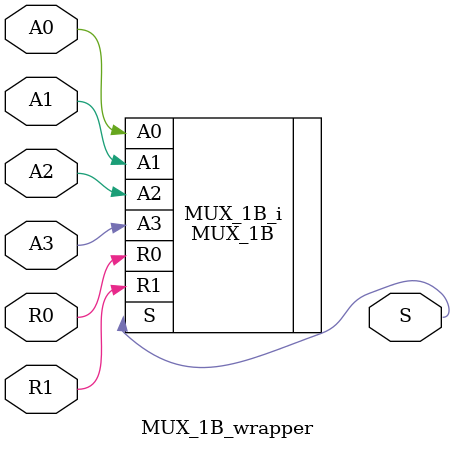
<source format=v>
`timescale 1 ps / 1 ps

module MUX_1B_wrapper
   (A0,
    A1,
    A2,
    A3,
    R0,
    R1,
    S);
  input A0;
  input A1;
  input A2;
  input A3;
  input R0;
  input R1;
  output S;

  wire A0;
  wire A1;
  wire A2;
  wire A3;
  wire R0;
  wire R1;
  wire S;

  MUX_1B MUX_1B_i
       (.A0(A0),
        .A1(A1),
        .A2(A2),
        .A3(A3),
        .R0(R0),
        .R1(R1),
        .S(S));
endmodule

</source>
